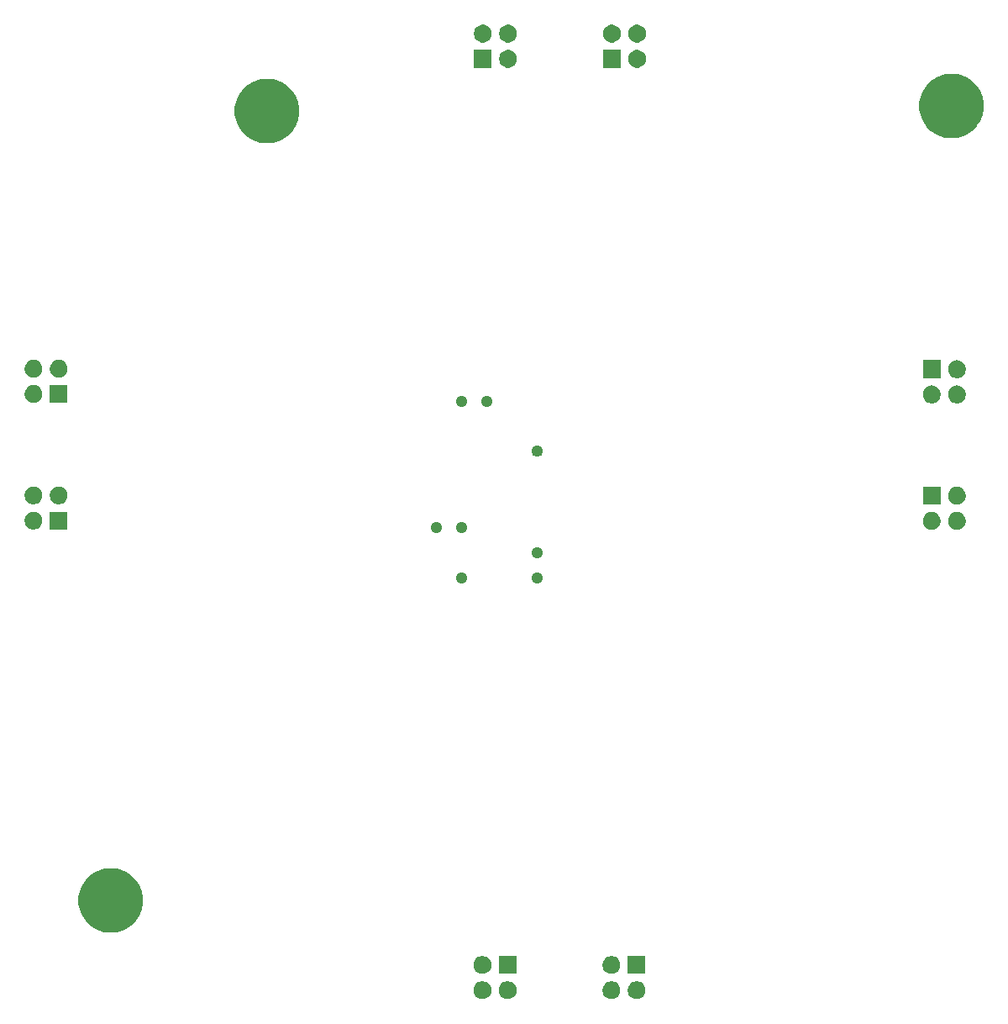
<source format=gbr>
G04 #@! TF.GenerationSoftware,KiCad,Pcbnew,(5.1.5)-3*
G04 #@! TF.CreationDate,2020-01-18T10:24:30-06:00*
G04 #@! TF.ProjectId,ledgrid,6c656467-7269-4642-9e6b-696361645f70,rev?*
G04 #@! TF.SameCoordinates,Original*
G04 #@! TF.FileFunction,Soldermask,Bot*
G04 #@! TF.FilePolarity,Negative*
%FSLAX46Y46*%
G04 Gerber Fmt 4.6, Leading zero omitted, Abs format (unit mm)*
G04 Created by KiCad (PCBNEW (5.1.5)-3) date 2020-01-18 10:24:30*
%MOMM*%
%LPD*%
G04 APERTURE LIST*
%ADD10C,0.100000*%
G04 APERTURE END LIST*
D10*
G36*
X167613512Y-137143927D02*
G01*
X167762812Y-137173624D01*
X167926784Y-137241544D01*
X168074354Y-137340147D01*
X168199853Y-137465646D01*
X168298456Y-137613216D01*
X168366376Y-137777188D01*
X168401000Y-137951259D01*
X168401000Y-138128741D01*
X168366376Y-138302812D01*
X168298456Y-138466784D01*
X168199853Y-138614354D01*
X168074354Y-138739853D01*
X167926784Y-138838456D01*
X167762812Y-138906376D01*
X167613512Y-138936073D01*
X167588742Y-138941000D01*
X167411258Y-138941000D01*
X167386488Y-138936073D01*
X167237188Y-138906376D01*
X167073216Y-138838456D01*
X166925646Y-138739853D01*
X166800147Y-138614354D01*
X166701544Y-138466784D01*
X166633624Y-138302812D01*
X166599000Y-138128741D01*
X166599000Y-137951259D01*
X166633624Y-137777188D01*
X166701544Y-137613216D01*
X166800147Y-137465646D01*
X166925646Y-137340147D01*
X167073216Y-137241544D01*
X167237188Y-137173624D01*
X167386488Y-137143927D01*
X167411258Y-137139000D01*
X167588742Y-137139000D01*
X167613512Y-137143927D01*
G37*
G36*
X152073512Y-137143927D02*
G01*
X152222812Y-137173624D01*
X152386784Y-137241544D01*
X152534354Y-137340147D01*
X152659853Y-137465646D01*
X152758456Y-137613216D01*
X152826376Y-137777188D01*
X152861000Y-137951259D01*
X152861000Y-138128741D01*
X152826376Y-138302812D01*
X152758456Y-138466784D01*
X152659853Y-138614354D01*
X152534354Y-138739853D01*
X152386784Y-138838456D01*
X152222812Y-138906376D01*
X152073512Y-138936073D01*
X152048742Y-138941000D01*
X151871258Y-138941000D01*
X151846488Y-138936073D01*
X151697188Y-138906376D01*
X151533216Y-138838456D01*
X151385646Y-138739853D01*
X151260147Y-138614354D01*
X151161544Y-138466784D01*
X151093624Y-138302812D01*
X151059000Y-138128741D01*
X151059000Y-137951259D01*
X151093624Y-137777188D01*
X151161544Y-137613216D01*
X151260147Y-137465646D01*
X151385646Y-137340147D01*
X151533216Y-137241544D01*
X151697188Y-137173624D01*
X151846488Y-137143927D01*
X151871258Y-137139000D01*
X152048742Y-137139000D01*
X152073512Y-137143927D01*
G37*
G36*
X154613512Y-137143927D02*
G01*
X154762812Y-137173624D01*
X154926784Y-137241544D01*
X155074354Y-137340147D01*
X155199853Y-137465646D01*
X155298456Y-137613216D01*
X155366376Y-137777188D01*
X155401000Y-137951259D01*
X155401000Y-138128741D01*
X155366376Y-138302812D01*
X155298456Y-138466784D01*
X155199853Y-138614354D01*
X155074354Y-138739853D01*
X154926784Y-138838456D01*
X154762812Y-138906376D01*
X154613512Y-138936073D01*
X154588742Y-138941000D01*
X154411258Y-138941000D01*
X154386488Y-138936073D01*
X154237188Y-138906376D01*
X154073216Y-138838456D01*
X153925646Y-138739853D01*
X153800147Y-138614354D01*
X153701544Y-138466784D01*
X153633624Y-138302812D01*
X153599000Y-138128741D01*
X153599000Y-137951259D01*
X153633624Y-137777188D01*
X153701544Y-137613216D01*
X153800147Y-137465646D01*
X153925646Y-137340147D01*
X154073216Y-137241544D01*
X154237188Y-137173624D01*
X154386488Y-137143927D01*
X154411258Y-137139000D01*
X154588742Y-137139000D01*
X154613512Y-137143927D01*
G37*
G36*
X165073512Y-137143927D02*
G01*
X165222812Y-137173624D01*
X165386784Y-137241544D01*
X165534354Y-137340147D01*
X165659853Y-137465646D01*
X165758456Y-137613216D01*
X165826376Y-137777188D01*
X165861000Y-137951259D01*
X165861000Y-138128741D01*
X165826376Y-138302812D01*
X165758456Y-138466784D01*
X165659853Y-138614354D01*
X165534354Y-138739853D01*
X165386784Y-138838456D01*
X165222812Y-138906376D01*
X165073512Y-138936073D01*
X165048742Y-138941000D01*
X164871258Y-138941000D01*
X164846488Y-138936073D01*
X164697188Y-138906376D01*
X164533216Y-138838456D01*
X164385646Y-138739853D01*
X164260147Y-138614354D01*
X164161544Y-138466784D01*
X164093624Y-138302812D01*
X164059000Y-138128741D01*
X164059000Y-137951259D01*
X164093624Y-137777188D01*
X164161544Y-137613216D01*
X164260147Y-137465646D01*
X164385646Y-137340147D01*
X164533216Y-137241544D01*
X164697188Y-137173624D01*
X164846488Y-137143927D01*
X164871258Y-137139000D01*
X165048742Y-137139000D01*
X165073512Y-137143927D01*
G37*
G36*
X165073512Y-134603927D02*
G01*
X165222812Y-134633624D01*
X165386784Y-134701544D01*
X165534354Y-134800147D01*
X165659853Y-134925646D01*
X165758456Y-135073216D01*
X165826376Y-135237188D01*
X165861000Y-135411259D01*
X165861000Y-135588741D01*
X165826376Y-135762812D01*
X165758456Y-135926784D01*
X165659853Y-136074354D01*
X165534354Y-136199853D01*
X165386784Y-136298456D01*
X165222812Y-136366376D01*
X165073512Y-136396073D01*
X165048742Y-136401000D01*
X164871258Y-136401000D01*
X164846488Y-136396073D01*
X164697188Y-136366376D01*
X164533216Y-136298456D01*
X164385646Y-136199853D01*
X164260147Y-136074354D01*
X164161544Y-135926784D01*
X164093624Y-135762812D01*
X164059000Y-135588741D01*
X164059000Y-135411259D01*
X164093624Y-135237188D01*
X164161544Y-135073216D01*
X164260147Y-134925646D01*
X164385646Y-134800147D01*
X164533216Y-134701544D01*
X164697188Y-134633624D01*
X164846488Y-134603927D01*
X164871258Y-134599000D01*
X165048742Y-134599000D01*
X165073512Y-134603927D01*
G37*
G36*
X155401000Y-136401000D02*
G01*
X153599000Y-136401000D01*
X153599000Y-134599000D01*
X155401000Y-134599000D01*
X155401000Y-136401000D01*
G37*
G36*
X152073512Y-134603927D02*
G01*
X152222812Y-134633624D01*
X152386784Y-134701544D01*
X152534354Y-134800147D01*
X152659853Y-134925646D01*
X152758456Y-135073216D01*
X152826376Y-135237188D01*
X152861000Y-135411259D01*
X152861000Y-135588741D01*
X152826376Y-135762812D01*
X152758456Y-135926784D01*
X152659853Y-136074354D01*
X152534354Y-136199853D01*
X152386784Y-136298456D01*
X152222812Y-136366376D01*
X152073512Y-136396073D01*
X152048742Y-136401000D01*
X151871258Y-136401000D01*
X151846488Y-136396073D01*
X151697188Y-136366376D01*
X151533216Y-136298456D01*
X151385646Y-136199853D01*
X151260147Y-136074354D01*
X151161544Y-135926784D01*
X151093624Y-135762812D01*
X151059000Y-135588741D01*
X151059000Y-135411259D01*
X151093624Y-135237188D01*
X151161544Y-135073216D01*
X151260147Y-134925646D01*
X151385646Y-134800147D01*
X151533216Y-134701544D01*
X151697188Y-134633624D01*
X151846488Y-134603927D01*
X151871258Y-134599000D01*
X152048742Y-134599000D01*
X152073512Y-134603927D01*
G37*
G36*
X168401000Y-136401000D02*
G01*
X166599000Y-136401000D01*
X166599000Y-134599000D01*
X168401000Y-134599000D01*
X168401000Y-136401000D01*
G37*
G36*
X115134239Y-125811467D02*
G01*
X115448282Y-125873934D01*
X116039926Y-126119001D01*
X116572392Y-126474784D01*
X117025216Y-126927608D01*
X117380999Y-127460074D01*
X117626066Y-128051718D01*
X117751000Y-128679804D01*
X117751000Y-129320196D01*
X117626066Y-129948282D01*
X117380999Y-130539926D01*
X117025216Y-131072392D01*
X116572392Y-131525216D01*
X116039926Y-131880999D01*
X115448282Y-132126066D01*
X115134239Y-132188533D01*
X114820197Y-132251000D01*
X114179803Y-132251000D01*
X113865761Y-132188533D01*
X113551718Y-132126066D01*
X112960074Y-131880999D01*
X112427608Y-131525216D01*
X111974784Y-131072392D01*
X111619001Y-130539926D01*
X111373934Y-129948282D01*
X111249000Y-129320196D01*
X111249000Y-128679804D01*
X111373934Y-128051718D01*
X111619001Y-127460074D01*
X111974784Y-126927608D01*
X112427608Y-126474784D01*
X112960074Y-126119001D01*
X113551718Y-125873934D01*
X113865761Y-125811467D01*
X114179803Y-125749000D01*
X114820197Y-125749000D01*
X115134239Y-125811467D01*
G37*
G36*
X150020721Y-95990174D02*
G01*
X150120995Y-96031709D01*
X150120996Y-96031710D01*
X150211242Y-96092010D01*
X150287990Y-96168758D01*
X150287991Y-96168760D01*
X150348291Y-96259005D01*
X150389826Y-96359279D01*
X150411000Y-96465730D01*
X150411000Y-96574270D01*
X150389826Y-96680721D01*
X150348291Y-96780995D01*
X150348290Y-96780996D01*
X150287990Y-96871242D01*
X150211242Y-96947990D01*
X150165812Y-96978345D01*
X150120995Y-97008291D01*
X150020721Y-97049826D01*
X149914270Y-97071000D01*
X149805730Y-97071000D01*
X149699279Y-97049826D01*
X149599005Y-97008291D01*
X149554188Y-96978345D01*
X149508758Y-96947990D01*
X149432010Y-96871242D01*
X149371710Y-96780996D01*
X149371709Y-96780995D01*
X149330174Y-96680721D01*
X149309000Y-96574270D01*
X149309000Y-96465730D01*
X149330174Y-96359279D01*
X149371709Y-96259005D01*
X149432009Y-96168760D01*
X149432010Y-96168758D01*
X149508758Y-96092010D01*
X149599004Y-96031710D01*
X149599005Y-96031709D01*
X149699279Y-95990174D01*
X149805730Y-95969000D01*
X149914270Y-95969000D01*
X150020721Y-95990174D01*
G37*
G36*
X157640721Y-95990174D02*
G01*
X157740995Y-96031709D01*
X157740996Y-96031710D01*
X157831242Y-96092010D01*
X157907990Y-96168758D01*
X157907991Y-96168760D01*
X157968291Y-96259005D01*
X158009826Y-96359279D01*
X158031000Y-96465730D01*
X158031000Y-96574270D01*
X158009826Y-96680721D01*
X157968291Y-96780995D01*
X157968290Y-96780996D01*
X157907990Y-96871242D01*
X157831242Y-96947990D01*
X157785812Y-96978345D01*
X157740995Y-97008291D01*
X157640721Y-97049826D01*
X157534270Y-97071000D01*
X157425730Y-97071000D01*
X157319279Y-97049826D01*
X157219005Y-97008291D01*
X157174188Y-96978345D01*
X157128758Y-96947990D01*
X157052010Y-96871242D01*
X156991710Y-96780996D01*
X156991709Y-96780995D01*
X156950174Y-96680721D01*
X156929000Y-96574270D01*
X156929000Y-96465730D01*
X156950174Y-96359279D01*
X156991709Y-96259005D01*
X157052009Y-96168760D01*
X157052010Y-96168758D01*
X157128758Y-96092010D01*
X157219004Y-96031710D01*
X157219005Y-96031709D01*
X157319279Y-95990174D01*
X157425730Y-95969000D01*
X157534270Y-95969000D01*
X157640721Y-95990174D01*
G37*
G36*
X157640721Y-93450174D02*
G01*
X157740995Y-93491709D01*
X157740996Y-93491710D01*
X157831242Y-93552010D01*
X157907990Y-93628758D01*
X157907991Y-93628760D01*
X157968291Y-93719005D01*
X158009826Y-93819279D01*
X158031000Y-93925730D01*
X158031000Y-94034270D01*
X158009826Y-94140721D01*
X157968291Y-94240995D01*
X157968290Y-94240996D01*
X157907990Y-94331242D01*
X157831242Y-94407990D01*
X157785812Y-94438345D01*
X157740995Y-94468291D01*
X157640721Y-94509826D01*
X157534270Y-94531000D01*
X157425730Y-94531000D01*
X157319279Y-94509826D01*
X157219005Y-94468291D01*
X157174188Y-94438345D01*
X157128758Y-94407990D01*
X157052010Y-94331242D01*
X156991710Y-94240996D01*
X156991709Y-94240995D01*
X156950174Y-94140721D01*
X156929000Y-94034270D01*
X156929000Y-93925730D01*
X156950174Y-93819279D01*
X156991709Y-93719005D01*
X157052009Y-93628760D01*
X157052010Y-93628758D01*
X157128758Y-93552010D01*
X157219004Y-93491710D01*
X157219005Y-93491709D01*
X157319279Y-93450174D01*
X157425730Y-93429000D01*
X157534270Y-93429000D01*
X157640721Y-93450174D01*
G37*
G36*
X147480721Y-90910174D02*
G01*
X147580995Y-90951709D01*
X147580996Y-90951710D01*
X147671242Y-91012010D01*
X147747990Y-91088758D01*
X147747991Y-91088760D01*
X147808291Y-91179005D01*
X147849826Y-91279279D01*
X147871000Y-91385730D01*
X147871000Y-91494270D01*
X147849826Y-91600721D01*
X147808291Y-91700995D01*
X147808290Y-91700996D01*
X147747990Y-91791242D01*
X147671242Y-91867990D01*
X147625812Y-91898345D01*
X147580995Y-91928291D01*
X147480721Y-91969826D01*
X147374270Y-91991000D01*
X147265730Y-91991000D01*
X147159279Y-91969826D01*
X147059005Y-91928291D01*
X147014188Y-91898345D01*
X146968758Y-91867990D01*
X146892010Y-91791242D01*
X146831710Y-91700996D01*
X146831709Y-91700995D01*
X146790174Y-91600721D01*
X146769000Y-91494270D01*
X146769000Y-91385730D01*
X146790174Y-91279279D01*
X146831709Y-91179005D01*
X146892009Y-91088760D01*
X146892010Y-91088758D01*
X146968758Y-91012010D01*
X147059004Y-90951710D01*
X147059005Y-90951709D01*
X147159279Y-90910174D01*
X147265730Y-90889000D01*
X147374270Y-90889000D01*
X147480721Y-90910174D01*
G37*
G36*
X150020721Y-90910174D02*
G01*
X150120995Y-90951709D01*
X150120996Y-90951710D01*
X150211242Y-91012010D01*
X150287990Y-91088758D01*
X150287991Y-91088760D01*
X150348291Y-91179005D01*
X150389826Y-91279279D01*
X150411000Y-91385730D01*
X150411000Y-91494270D01*
X150389826Y-91600721D01*
X150348291Y-91700995D01*
X150348290Y-91700996D01*
X150287990Y-91791242D01*
X150211242Y-91867990D01*
X150165812Y-91898345D01*
X150120995Y-91928291D01*
X150020721Y-91969826D01*
X149914270Y-91991000D01*
X149805730Y-91991000D01*
X149699279Y-91969826D01*
X149599005Y-91928291D01*
X149554188Y-91898345D01*
X149508758Y-91867990D01*
X149432010Y-91791242D01*
X149371710Y-91700996D01*
X149371709Y-91700995D01*
X149330174Y-91600721D01*
X149309000Y-91494270D01*
X149309000Y-91385730D01*
X149330174Y-91279279D01*
X149371709Y-91179005D01*
X149432009Y-91088760D01*
X149432010Y-91088758D01*
X149508758Y-91012010D01*
X149599004Y-90951710D01*
X149599005Y-90951709D01*
X149699279Y-90910174D01*
X149805730Y-90889000D01*
X149914270Y-90889000D01*
X150020721Y-90910174D01*
G37*
G36*
X197363512Y-89893927D02*
G01*
X197512812Y-89923624D01*
X197676784Y-89991544D01*
X197824354Y-90090147D01*
X197949853Y-90215646D01*
X198048456Y-90363216D01*
X198116376Y-90527188D01*
X198143044Y-90661259D01*
X198151000Y-90701258D01*
X198151000Y-90878742D01*
X198146073Y-90903512D01*
X198116376Y-91052812D01*
X198048456Y-91216784D01*
X197949853Y-91364354D01*
X197824354Y-91489853D01*
X197676784Y-91588456D01*
X197512812Y-91656376D01*
X197363512Y-91686073D01*
X197338742Y-91691000D01*
X197161258Y-91691000D01*
X197136488Y-91686073D01*
X196987188Y-91656376D01*
X196823216Y-91588456D01*
X196675646Y-91489853D01*
X196550147Y-91364354D01*
X196451544Y-91216784D01*
X196383624Y-91052812D01*
X196353927Y-90903512D01*
X196349000Y-90878742D01*
X196349000Y-90701258D01*
X196356956Y-90661259D01*
X196383624Y-90527188D01*
X196451544Y-90363216D01*
X196550147Y-90215646D01*
X196675646Y-90090147D01*
X196823216Y-89991544D01*
X196987188Y-89923624D01*
X197136488Y-89893927D01*
X197161258Y-89889000D01*
X197338742Y-89889000D01*
X197363512Y-89893927D01*
G37*
G36*
X199903512Y-89893927D02*
G01*
X200052812Y-89923624D01*
X200216784Y-89991544D01*
X200364354Y-90090147D01*
X200489853Y-90215646D01*
X200588456Y-90363216D01*
X200656376Y-90527188D01*
X200683044Y-90661259D01*
X200691000Y-90701258D01*
X200691000Y-90878742D01*
X200686073Y-90903512D01*
X200656376Y-91052812D01*
X200588456Y-91216784D01*
X200489853Y-91364354D01*
X200364354Y-91489853D01*
X200216784Y-91588456D01*
X200052812Y-91656376D01*
X199903512Y-91686073D01*
X199878742Y-91691000D01*
X199701258Y-91691000D01*
X199676488Y-91686073D01*
X199527188Y-91656376D01*
X199363216Y-91588456D01*
X199215646Y-91489853D01*
X199090147Y-91364354D01*
X198991544Y-91216784D01*
X198923624Y-91052812D01*
X198893927Y-90903512D01*
X198889000Y-90878742D01*
X198889000Y-90701258D01*
X198896956Y-90661259D01*
X198923624Y-90527188D01*
X198991544Y-90363216D01*
X199090147Y-90215646D01*
X199215646Y-90090147D01*
X199363216Y-89991544D01*
X199527188Y-89923624D01*
X199676488Y-89893927D01*
X199701258Y-89889000D01*
X199878742Y-89889000D01*
X199903512Y-89893927D01*
G37*
G36*
X106823512Y-89853927D02*
G01*
X106972812Y-89883624D01*
X107136784Y-89951544D01*
X107284354Y-90050147D01*
X107409853Y-90175646D01*
X107508456Y-90323216D01*
X107576376Y-90487188D01*
X107611000Y-90661259D01*
X107611000Y-90838741D01*
X107576376Y-91012812D01*
X107508456Y-91176784D01*
X107409853Y-91324354D01*
X107284354Y-91449853D01*
X107136784Y-91548456D01*
X106972812Y-91616376D01*
X106823512Y-91646073D01*
X106798742Y-91651000D01*
X106621258Y-91651000D01*
X106596488Y-91646073D01*
X106447188Y-91616376D01*
X106283216Y-91548456D01*
X106135646Y-91449853D01*
X106010147Y-91324354D01*
X105911544Y-91176784D01*
X105843624Y-91012812D01*
X105809000Y-90838741D01*
X105809000Y-90661259D01*
X105843624Y-90487188D01*
X105911544Y-90323216D01*
X106010147Y-90175646D01*
X106135646Y-90050147D01*
X106283216Y-89951544D01*
X106447188Y-89883624D01*
X106596488Y-89853927D01*
X106621258Y-89849000D01*
X106798742Y-89849000D01*
X106823512Y-89853927D01*
G37*
G36*
X110151000Y-91651000D02*
G01*
X108349000Y-91651000D01*
X108349000Y-89849000D01*
X110151000Y-89849000D01*
X110151000Y-91651000D01*
G37*
G36*
X199903512Y-87353927D02*
G01*
X200052812Y-87383624D01*
X200216784Y-87451544D01*
X200364354Y-87550147D01*
X200489853Y-87675646D01*
X200588456Y-87823216D01*
X200656376Y-87987188D01*
X200691000Y-88161259D01*
X200691000Y-88338741D01*
X200656376Y-88512812D01*
X200588456Y-88676784D01*
X200489853Y-88824354D01*
X200364354Y-88949853D01*
X200216784Y-89048456D01*
X200052812Y-89116376D01*
X199903512Y-89146073D01*
X199878742Y-89151000D01*
X199701258Y-89151000D01*
X199676488Y-89146073D01*
X199527188Y-89116376D01*
X199363216Y-89048456D01*
X199215646Y-88949853D01*
X199090147Y-88824354D01*
X198991544Y-88676784D01*
X198923624Y-88512812D01*
X198889000Y-88338741D01*
X198889000Y-88161259D01*
X198923624Y-87987188D01*
X198991544Y-87823216D01*
X199090147Y-87675646D01*
X199215646Y-87550147D01*
X199363216Y-87451544D01*
X199527188Y-87383624D01*
X199676488Y-87353927D01*
X199701258Y-87349000D01*
X199878742Y-87349000D01*
X199903512Y-87353927D01*
G37*
G36*
X198151000Y-89151000D02*
G01*
X196349000Y-89151000D01*
X196349000Y-87349000D01*
X198151000Y-87349000D01*
X198151000Y-89151000D01*
G37*
G36*
X106823512Y-87313927D02*
G01*
X106972812Y-87343624D01*
X107136784Y-87411544D01*
X107284354Y-87510147D01*
X107409853Y-87635646D01*
X107508456Y-87783216D01*
X107576376Y-87947188D01*
X107611000Y-88121259D01*
X107611000Y-88298741D01*
X107576376Y-88472812D01*
X107508456Y-88636784D01*
X107409853Y-88784354D01*
X107284354Y-88909853D01*
X107136784Y-89008456D01*
X106972812Y-89076376D01*
X106823512Y-89106073D01*
X106798742Y-89111000D01*
X106621258Y-89111000D01*
X106596488Y-89106073D01*
X106447188Y-89076376D01*
X106283216Y-89008456D01*
X106135646Y-88909853D01*
X106010147Y-88784354D01*
X105911544Y-88636784D01*
X105843624Y-88472812D01*
X105809000Y-88298741D01*
X105809000Y-88121259D01*
X105843624Y-87947188D01*
X105911544Y-87783216D01*
X106010147Y-87635646D01*
X106135646Y-87510147D01*
X106283216Y-87411544D01*
X106447188Y-87343624D01*
X106596488Y-87313927D01*
X106621258Y-87309000D01*
X106798742Y-87309000D01*
X106823512Y-87313927D01*
G37*
G36*
X109363512Y-87313927D02*
G01*
X109512812Y-87343624D01*
X109676784Y-87411544D01*
X109824354Y-87510147D01*
X109949853Y-87635646D01*
X110048456Y-87783216D01*
X110116376Y-87947188D01*
X110151000Y-88121259D01*
X110151000Y-88298741D01*
X110116376Y-88472812D01*
X110048456Y-88636784D01*
X109949853Y-88784354D01*
X109824354Y-88909853D01*
X109676784Y-89008456D01*
X109512812Y-89076376D01*
X109363512Y-89106073D01*
X109338742Y-89111000D01*
X109161258Y-89111000D01*
X109136488Y-89106073D01*
X108987188Y-89076376D01*
X108823216Y-89008456D01*
X108675646Y-88909853D01*
X108550147Y-88784354D01*
X108451544Y-88636784D01*
X108383624Y-88472812D01*
X108349000Y-88298741D01*
X108349000Y-88121259D01*
X108383624Y-87947188D01*
X108451544Y-87783216D01*
X108550147Y-87635646D01*
X108675646Y-87510147D01*
X108823216Y-87411544D01*
X108987188Y-87343624D01*
X109136488Y-87313927D01*
X109161258Y-87309000D01*
X109338742Y-87309000D01*
X109363512Y-87313927D01*
G37*
G36*
X157640721Y-83220174D02*
G01*
X157740995Y-83261709D01*
X157740996Y-83261710D01*
X157831242Y-83322010D01*
X157907990Y-83398758D01*
X157907991Y-83398760D01*
X157968291Y-83489005D01*
X158009826Y-83589279D01*
X158031000Y-83695730D01*
X158031000Y-83804270D01*
X158009826Y-83910721D01*
X157968291Y-84010995D01*
X157968290Y-84010996D01*
X157907990Y-84101242D01*
X157831242Y-84177990D01*
X157785812Y-84208345D01*
X157740995Y-84238291D01*
X157640721Y-84279826D01*
X157534270Y-84301000D01*
X157425730Y-84301000D01*
X157319279Y-84279826D01*
X157219005Y-84238291D01*
X157174188Y-84208345D01*
X157128758Y-84177990D01*
X157052010Y-84101242D01*
X156991710Y-84010996D01*
X156991709Y-84010995D01*
X156950174Y-83910721D01*
X156929000Y-83804270D01*
X156929000Y-83695730D01*
X156950174Y-83589279D01*
X156991709Y-83489005D01*
X157052009Y-83398760D01*
X157052010Y-83398758D01*
X157128758Y-83322010D01*
X157219004Y-83261710D01*
X157219005Y-83261709D01*
X157319279Y-83220174D01*
X157425730Y-83199000D01*
X157534270Y-83199000D01*
X157640721Y-83220174D01*
G37*
G36*
X150020721Y-78210174D02*
G01*
X150120995Y-78251709D01*
X150165812Y-78281655D01*
X150211242Y-78312010D01*
X150287990Y-78388758D01*
X150287991Y-78388760D01*
X150348291Y-78479005D01*
X150389826Y-78579279D01*
X150411000Y-78685730D01*
X150411000Y-78794270D01*
X150389826Y-78900721D01*
X150348291Y-79000995D01*
X150348290Y-79000996D01*
X150287990Y-79091242D01*
X150211242Y-79167990D01*
X150165812Y-79198345D01*
X150120995Y-79228291D01*
X150020721Y-79269826D01*
X149914270Y-79291000D01*
X149805730Y-79291000D01*
X149699279Y-79269826D01*
X149599005Y-79228291D01*
X149554188Y-79198345D01*
X149508758Y-79167990D01*
X149432010Y-79091242D01*
X149371710Y-79000996D01*
X149371709Y-79000995D01*
X149330174Y-78900721D01*
X149309000Y-78794270D01*
X149309000Y-78685730D01*
X149330174Y-78579279D01*
X149371709Y-78479005D01*
X149432009Y-78388760D01*
X149432010Y-78388758D01*
X149508758Y-78312010D01*
X149554188Y-78281655D01*
X149599005Y-78251709D01*
X149699279Y-78210174D01*
X149805730Y-78189000D01*
X149914270Y-78189000D01*
X150020721Y-78210174D01*
G37*
G36*
X152560721Y-78210174D02*
G01*
X152660995Y-78251709D01*
X152705812Y-78281655D01*
X152751242Y-78312010D01*
X152827990Y-78388758D01*
X152827991Y-78388760D01*
X152888291Y-78479005D01*
X152929826Y-78579279D01*
X152951000Y-78685730D01*
X152951000Y-78794270D01*
X152929826Y-78900721D01*
X152888291Y-79000995D01*
X152888290Y-79000996D01*
X152827990Y-79091242D01*
X152751242Y-79167990D01*
X152705812Y-79198345D01*
X152660995Y-79228291D01*
X152560721Y-79269826D01*
X152454270Y-79291000D01*
X152345730Y-79291000D01*
X152239279Y-79269826D01*
X152139005Y-79228291D01*
X152094188Y-79198345D01*
X152048758Y-79167990D01*
X151972010Y-79091242D01*
X151911710Y-79000996D01*
X151911709Y-79000995D01*
X151870174Y-78900721D01*
X151849000Y-78794270D01*
X151849000Y-78685730D01*
X151870174Y-78579279D01*
X151911709Y-78479005D01*
X151972009Y-78388760D01*
X151972010Y-78388758D01*
X152048758Y-78312010D01*
X152094188Y-78281655D01*
X152139005Y-78251709D01*
X152239279Y-78210174D01*
X152345730Y-78189000D01*
X152454270Y-78189000D01*
X152560721Y-78210174D01*
G37*
G36*
X199903512Y-77143927D02*
G01*
X200052812Y-77173624D01*
X200216784Y-77241544D01*
X200364354Y-77340147D01*
X200489853Y-77465646D01*
X200588456Y-77613216D01*
X200656376Y-77777188D01*
X200691000Y-77951259D01*
X200691000Y-78128741D01*
X200656376Y-78302812D01*
X200588456Y-78466784D01*
X200489853Y-78614354D01*
X200364354Y-78739853D01*
X200216784Y-78838456D01*
X200052812Y-78906376D01*
X199903512Y-78936073D01*
X199878742Y-78941000D01*
X199701258Y-78941000D01*
X199676488Y-78936073D01*
X199527188Y-78906376D01*
X199363216Y-78838456D01*
X199215646Y-78739853D01*
X199090147Y-78614354D01*
X198991544Y-78466784D01*
X198923624Y-78302812D01*
X198889000Y-78128741D01*
X198889000Y-77951259D01*
X198923624Y-77777188D01*
X198991544Y-77613216D01*
X199090147Y-77465646D01*
X199215646Y-77340147D01*
X199363216Y-77241544D01*
X199527188Y-77173624D01*
X199676488Y-77143927D01*
X199701258Y-77139000D01*
X199878742Y-77139000D01*
X199903512Y-77143927D01*
G37*
G36*
X197363512Y-77143927D02*
G01*
X197512812Y-77173624D01*
X197676784Y-77241544D01*
X197824354Y-77340147D01*
X197949853Y-77465646D01*
X198048456Y-77613216D01*
X198116376Y-77777188D01*
X198151000Y-77951259D01*
X198151000Y-78128741D01*
X198116376Y-78302812D01*
X198048456Y-78466784D01*
X197949853Y-78614354D01*
X197824354Y-78739853D01*
X197676784Y-78838456D01*
X197512812Y-78906376D01*
X197363512Y-78936073D01*
X197338742Y-78941000D01*
X197161258Y-78941000D01*
X197136488Y-78936073D01*
X196987188Y-78906376D01*
X196823216Y-78838456D01*
X196675646Y-78739853D01*
X196550147Y-78614354D01*
X196451544Y-78466784D01*
X196383624Y-78302812D01*
X196349000Y-78128741D01*
X196349000Y-77951259D01*
X196383624Y-77777188D01*
X196451544Y-77613216D01*
X196550147Y-77465646D01*
X196675646Y-77340147D01*
X196823216Y-77241544D01*
X196987188Y-77173624D01*
X197136488Y-77143927D01*
X197161258Y-77139000D01*
X197338742Y-77139000D01*
X197363512Y-77143927D01*
G37*
G36*
X110151000Y-78901000D02*
G01*
X108349000Y-78901000D01*
X108349000Y-77099000D01*
X110151000Y-77099000D01*
X110151000Y-78901000D01*
G37*
G36*
X106823512Y-77103927D02*
G01*
X106972812Y-77133624D01*
X107136784Y-77201544D01*
X107284354Y-77300147D01*
X107409853Y-77425646D01*
X107508456Y-77573216D01*
X107576376Y-77737188D01*
X107611000Y-77911259D01*
X107611000Y-78088741D01*
X107576376Y-78262812D01*
X107508456Y-78426784D01*
X107409853Y-78574354D01*
X107284354Y-78699853D01*
X107136784Y-78798456D01*
X106972812Y-78866376D01*
X106823512Y-78896073D01*
X106798742Y-78901000D01*
X106621258Y-78901000D01*
X106596488Y-78896073D01*
X106447188Y-78866376D01*
X106283216Y-78798456D01*
X106135646Y-78699853D01*
X106010147Y-78574354D01*
X105911544Y-78426784D01*
X105843624Y-78262812D01*
X105809000Y-78088741D01*
X105809000Y-77911259D01*
X105843624Y-77737188D01*
X105911544Y-77573216D01*
X106010147Y-77425646D01*
X106135646Y-77300147D01*
X106283216Y-77201544D01*
X106447188Y-77133624D01*
X106596488Y-77103927D01*
X106621258Y-77099000D01*
X106798742Y-77099000D01*
X106823512Y-77103927D01*
G37*
G36*
X198151000Y-76401000D02*
G01*
X196349000Y-76401000D01*
X196349000Y-74599000D01*
X198151000Y-74599000D01*
X198151000Y-76401000D01*
G37*
G36*
X199903512Y-74603927D02*
G01*
X200052812Y-74633624D01*
X200216784Y-74701544D01*
X200364354Y-74800147D01*
X200489853Y-74925646D01*
X200588456Y-75073216D01*
X200656376Y-75237188D01*
X200691000Y-75411259D01*
X200691000Y-75588741D01*
X200656376Y-75762812D01*
X200588456Y-75926784D01*
X200489853Y-76074354D01*
X200364354Y-76199853D01*
X200216784Y-76298456D01*
X200052812Y-76366376D01*
X199903512Y-76396073D01*
X199878742Y-76401000D01*
X199701258Y-76401000D01*
X199676488Y-76396073D01*
X199527188Y-76366376D01*
X199363216Y-76298456D01*
X199215646Y-76199853D01*
X199090147Y-76074354D01*
X198991544Y-75926784D01*
X198923624Y-75762812D01*
X198889000Y-75588741D01*
X198889000Y-75411259D01*
X198923624Y-75237188D01*
X198991544Y-75073216D01*
X199090147Y-74925646D01*
X199215646Y-74800147D01*
X199363216Y-74701544D01*
X199527188Y-74633624D01*
X199676488Y-74603927D01*
X199701258Y-74599000D01*
X199878742Y-74599000D01*
X199903512Y-74603927D01*
G37*
G36*
X109363512Y-74563927D02*
G01*
X109512812Y-74593624D01*
X109676784Y-74661544D01*
X109824354Y-74760147D01*
X109949853Y-74885646D01*
X110048456Y-75033216D01*
X110116376Y-75197188D01*
X110151000Y-75371259D01*
X110151000Y-75548741D01*
X110116376Y-75722812D01*
X110048456Y-75886784D01*
X109949853Y-76034354D01*
X109824354Y-76159853D01*
X109676784Y-76258456D01*
X109512812Y-76326376D01*
X109363512Y-76356073D01*
X109338742Y-76361000D01*
X109161258Y-76361000D01*
X109136488Y-76356073D01*
X108987188Y-76326376D01*
X108823216Y-76258456D01*
X108675646Y-76159853D01*
X108550147Y-76034354D01*
X108451544Y-75886784D01*
X108383624Y-75722812D01*
X108349000Y-75548741D01*
X108349000Y-75371259D01*
X108383624Y-75197188D01*
X108451544Y-75033216D01*
X108550147Y-74885646D01*
X108675646Y-74760147D01*
X108823216Y-74661544D01*
X108987188Y-74593624D01*
X109136488Y-74563927D01*
X109161258Y-74559000D01*
X109338742Y-74559000D01*
X109363512Y-74563927D01*
G37*
G36*
X106823512Y-74563927D02*
G01*
X106972812Y-74593624D01*
X107136784Y-74661544D01*
X107284354Y-74760147D01*
X107409853Y-74885646D01*
X107508456Y-75033216D01*
X107576376Y-75197188D01*
X107611000Y-75371259D01*
X107611000Y-75548741D01*
X107576376Y-75722812D01*
X107508456Y-75886784D01*
X107409853Y-76034354D01*
X107284354Y-76159853D01*
X107136784Y-76258456D01*
X106972812Y-76326376D01*
X106823512Y-76356073D01*
X106798742Y-76361000D01*
X106621258Y-76361000D01*
X106596488Y-76356073D01*
X106447188Y-76326376D01*
X106283216Y-76258456D01*
X106135646Y-76159853D01*
X106010147Y-76034354D01*
X105911544Y-75886784D01*
X105843624Y-75722812D01*
X105809000Y-75548741D01*
X105809000Y-75371259D01*
X105843624Y-75197188D01*
X105911544Y-75033216D01*
X106010147Y-74885646D01*
X106135646Y-74760147D01*
X106283216Y-74661544D01*
X106447188Y-74593624D01*
X106596488Y-74563927D01*
X106621258Y-74559000D01*
X106798742Y-74559000D01*
X106823512Y-74563927D01*
G37*
G36*
X130884239Y-46311467D02*
G01*
X131198282Y-46373934D01*
X131789926Y-46619001D01*
X132216477Y-46904014D01*
X132322391Y-46974783D01*
X132775217Y-47427609D01*
X132845986Y-47533523D01*
X133130999Y-47960074D01*
X133376066Y-48551718D01*
X133501000Y-49179804D01*
X133501000Y-49820196D01*
X133376066Y-50448282D01*
X133130999Y-51039926D01*
X132845986Y-51466477D01*
X132806738Y-51525217D01*
X132775216Y-51572392D01*
X132322392Y-52025216D01*
X131789926Y-52380999D01*
X131198282Y-52626066D01*
X130884239Y-52688533D01*
X130570197Y-52751000D01*
X129929803Y-52751000D01*
X129615761Y-52688533D01*
X129301718Y-52626066D01*
X128710074Y-52380999D01*
X128177608Y-52025216D01*
X127724784Y-51572392D01*
X127693263Y-51525217D01*
X127654014Y-51466477D01*
X127369001Y-51039926D01*
X127123934Y-50448282D01*
X126999000Y-49820196D01*
X126999000Y-49179804D01*
X127123934Y-48551718D01*
X127369001Y-47960074D01*
X127654014Y-47533523D01*
X127724783Y-47427609D01*
X128177609Y-46974783D01*
X128283523Y-46904014D01*
X128710074Y-46619001D01*
X129301718Y-46373934D01*
X129615761Y-46311467D01*
X129929803Y-46249000D01*
X130570197Y-46249000D01*
X130884239Y-46311467D01*
G37*
G36*
X199884239Y-45811467D02*
G01*
X200198282Y-45873934D01*
X200789926Y-46119001D01*
X201216477Y-46404014D01*
X201322391Y-46474783D01*
X201775217Y-46927609D01*
X201806738Y-46974784D01*
X202130999Y-47460074D01*
X202376066Y-48051718D01*
X202501000Y-48679804D01*
X202501000Y-49320196D01*
X202376066Y-49948282D01*
X202130999Y-50539926D01*
X201845986Y-50966477D01*
X201796911Y-51039924D01*
X201775216Y-51072392D01*
X201322392Y-51525216D01*
X200789926Y-51880999D01*
X200198282Y-52126066D01*
X199884239Y-52188533D01*
X199570197Y-52251000D01*
X198929803Y-52251000D01*
X198615761Y-52188533D01*
X198301718Y-52126066D01*
X197710074Y-51880999D01*
X197177608Y-51525216D01*
X196724784Y-51072392D01*
X196703090Y-51039924D01*
X196654014Y-50966477D01*
X196369001Y-50539926D01*
X196123934Y-49948282D01*
X195999000Y-49320196D01*
X195999000Y-48679804D01*
X196123934Y-48051718D01*
X196369001Y-47460074D01*
X196693262Y-46974784D01*
X196724783Y-46927609D01*
X197177609Y-46474783D01*
X197283523Y-46404014D01*
X197710074Y-46119001D01*
X198301718Y-45873934D01*
X198615761Y-45811467D01*
X198929803Y-45749000D01*
X199570197Y-45749000D01*
X199884239Y-45811467D01*
G37*
G36*
X167653512Y-43353927D02*
G01*
X167802812Y-43383624D01*
X167966784Y-43451544D01*
X168114354Y-43550147D01*
X168239853Y-43675646D01*
X168338456Y-43823216D01*
X168406376Y-43987188D01*
X168441000Y-44161259D01*
X168441000Y-44338741D01*
X168406376Y-44512812D01*
X168338456Y-44676784D01*
X168239853Y-44824354D01*
X168114354Y-44949853D01*
X167966784Y-45048456D01*
X167802812Y-45116376D01*
X167653512Y-45146073D01*
X167628742Y-45151000D01*
X167451258Y-45151000D01*
X167426488Y-45146073D01*
X167277188Y-45116376D01*
X167113216Y-45048456D01*
X166965646Y-44949853D01*
X166840147Y-44824354D01*
X166741544Y-44676784D01*
X166673624Y-44512812D01*
X166639000Y-44338741D01*
X166639000Y-44161259D01*
X166673624Y-43987188D01*
X166741544Y-43823216D01*
X166840147Y-43675646D01*
X166965646Y-43550147D01*
X167113216Y-43451544D01*
X167277188Y-43383624D01*
X167426488Y-43353927D01*
X167451258Y-43349000D01*
X167628742Y-43349000D01*
X167653512Y-43353927D01*
G37*
G36*
X165901000Y-45151000D02*
G01*
X164099000Y-45151000D01*
X164099000Y-43349000D01*
X165901000Y-43349000D01*
X165901000Y-45151000D01*
G37*
G36*
X152901000Y-45151000D02*
G01*
X151099000Y-45151000D01*
X151099000Y-43349000D01*
X152901000Y-43349000D01*
X152901000Y-45151000D01*
G37*
G36*
X154653512Y-43353927D02*
G01*
X154802812Y-43383624D01*
X154966784Y-43451544D01*
X155114354Y-43550147D01*
X155239853Y-43675646D01*
X155338456Y-43823216D01*
X155406376Y-43987188D01*
X155441000Y-44161259D01*
X155441000Y-44338741D01*
X155406376Y-44512812D01*
X155338456Y-44676784D01*
X155239853Y-44824354D01*
X155114354Y-44949853D01*
X154966784Y-45048456D01*
X154802812Y-45116376D01*
X154653512Y-45146073D01*
X154628742Y-45151000D01*
X154451258Y-45151000D01*
X154426488Y-45146073D01*
X154277188Y-45116376D01*
X154113216Y-45048456D01*
X153965646Y-44949853D01*
X153840147Y-44824354D01*
X153741544Y-44676784D01*
X153673624Y-44512812D01*
X153639000Y-44338741D01*
X153639000Y-44161259D01*
X153673624Y-43987188D01*
X153741544Y-43823216D01*
X153840147Y-43675646D01*
X153965646Y-43550147D01*
X154113216Y-43451544D01*
X154277188Y-43383624D01*
X154426488Y-43353927D01*
X154451258Y-43349000D01*
X154628742Y-43349000D01*
X154653512Y-43353927D01*
G37*
G36*
X165113512Y-40813927D02*
G01*
X165262812Y-40843624D01*
X165426784Y-40911544D01*
X165574354Y-41010147D01*
X165699853Y-41135646D01*
X165798456Y-41283216D01*
X165866376Y-41447188D01*
X165901000Y-41621259D01*
X165901000Y-41798741D01*
X165866376Y-41972812D01*
X165798456Y-42136784D01*
X165699853Y-42284354D01*
X165574354Y-42409853D01*
X165426784Y-42508456D01*
X165262812Y-42576376D01*
X165113512Y-42606073D01*
X165088742Y-42611000D01*
X164911258Y-42611000D01*
X164886488Y-42606073D01*
X164737188Y-42576376D01*
X164573216Y-42508456D01*
X164425646Y-42409853D01*
X164300147Y-42284354D01*
X164201544Y-42136784D01*
X164133624Y-41972812D01*
X164099000Y-41798741D01*
X164099000Y-41621259D01*
X164133624Y-41447188D01*
X164201544Y-41283216D01*
X164300147Y-41135646D01*
X164425646Y-41010147D01*
X164573216Y-40911544D01*
X164737188Y-40843624D01*
X164886488Y-40813927D01*
X164911258Y-40809000D01*
X165088742Y-40809000D01*
X165113512Y-40813927D01*
G37*
G36*
X167653512Y-40813927D02*
G01*
X167802812Y-40843624D01*
X167966784Y-40911544D01*
X168114354Y-41010147D01*
X168239853Y-41135646D01*
X168338456Y-41283216D01*
X168406376Y-41447188D01*
X168441000Y-41621259D01*
X168441000Y-41798741D01*
X168406376Y-41972812D01*
X168338456Y-42136784D01*
X168239853Y-42284354D01*
X168114354Y-42409853D01*
X167966784Y-42508456D01*
X167802812Y-42576376D01*
X167653512Y-42606073D01*
X167628742Y-42611000D01*
X167451258Y-42611000D01*
X167426488Y-42606073D01*
X167277188Y-42576376D01*
X167113216Y-42508456D01*
X166965646Y-42409853D01*
X166840147Y-42284354D01*
X166741544Y-42136784D01*
X166673624Y-41972812D01*
X166639000Y-41798741D01*
X166639000Y-41621259D01*
X166673624Y-41447188D01*
X166741544Y-41283216D01*
X166840147Y-41135646D01*
X166965646Y-41010147D01*
X167113216Y-40911544D01*
X167277188Y-40843624D01*
X167426488Y-40813927D01*
X167451258Y-40809000D01*
X167628742Y-40809000D01*
X167653512Y-40813927D01*
G37*
G36*
X152113512Y-40813927D02*
G01*
X152262812Y-40843624D01*
X152426784Y-40911544D01*
X152574354Y-41010147D01*
X152699853Y-41135646D01*
X152798456Y-41283216D01*
X152866376Y-41447188D01*
X152901000Y-41621259D01*
X152901000Y-41798741D01*
X152866376Y-41972812D01*
X152798456Y-42136784D01*
X152699853Y-42284354D01*
X152574354Y-42409853D01*
X152426784Y-42508456D01*
X152262812Y-42576376D01*
X152113512Y-42606073D01*
X152088742Y-42611000D01*
X151911258Y-42611000D01*
X151886488Y-42606073D01*
X151737188Y-42576376D01*
X151573216Y-42508456D01*
X151425646Y-42409853D01*
X151300147Y-42284354D01*
X151201544Y-42136784D01*
X151133624Y-41972812D01*
X151099000Y-41798741D01*
X151099000Y-41621259D01*
X151133624Y-41447188D01*
X151201544Y-41283216D01*
X151300147Y-41135646D01*
X151425646Y-41010147D01*
X151573216Y-40911544D01*
X151737188Y-40843624D01*
X151886488Y-40813927D01*
X151911258Y-40809000D01*
X152088742Y-40809000D01*
X152113512Y-40813927D01*
G37*
G36*
X154653512Y-40813927D02*
G01*
X154802812Y-40843624D01*
X154966784Y-40911544D01*
X155114354Y-41010147D01*
X155239853Y-41135646D01*
X155338456Y-41283216D01*
X155406376Y-41447188D01*
X155441000Y-41621259D01*
X155441000Y-41798741D01*
X155406376Y-41972812D01*
X155338456Y-42136784D01*
X155239853Y-42284354D01*
X155114354Y-42409853D01*
X154966784Y-42508456D01*
X154802812Y-42576376D01*
X154653512Y-42606073D01*
X154628742Y-42611000D01*
X154451258Y-42611000D01*
X154426488Y-42606073D01*
X154277188Y-42576376D01*
X154113216Y-42508456D01*
X153965646Y-42409853D01*
X153840147Y-42284354D01*
X153741544Y-42136784D01*
X153673624Y-41972812D01*
X153639000Y-41798741D01*
X153639000Y-41621259D01*
X153673624Y-41447188D01*
X153741544Y-41283216D01*
X153840147Y-41135646D01*
X153965646Y-41010147D01*
X154113216Y-40911544D01*
X154277188Y-40843624D01*
X154426488Y-40813927D01*
X154451258Y-40809000D01*
X154628742Y-40809000D01*
X154653512Y-40813927D01*
G37*
M02*

</source>
